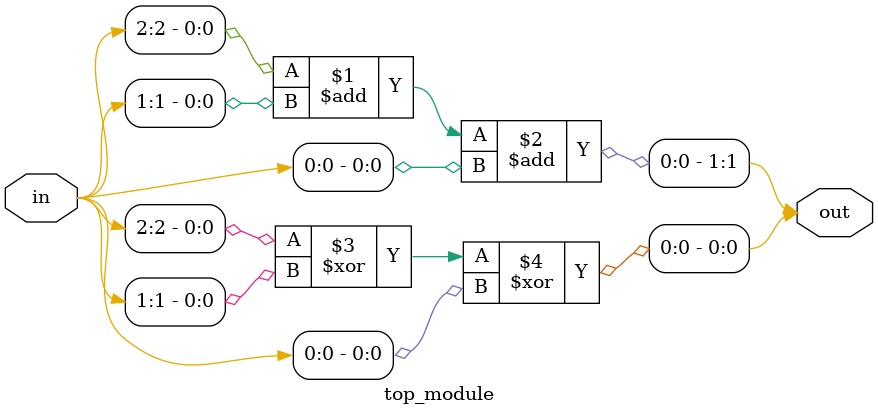
<source format=sv>
module top_module (
	input [2:0] in,
	output [1:0] out
);

  assign out[1] = in[2] + in[1] + in[0];
  assign out[0] = in[2] ^ in[1] ^ in[0];

endmodule

</source>
